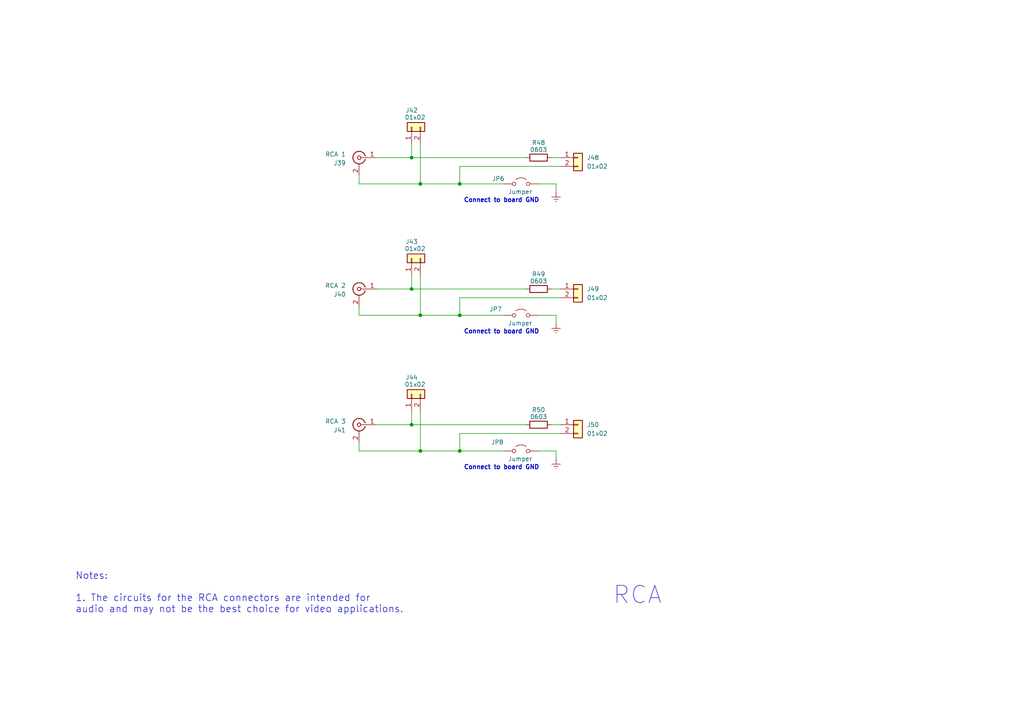
<source format=kicad_sch>
(kicad_sch (version 20231120) (generator "eeschema") (generator_version "8.0")
  (paper "A4")
  (title_block (title "ProtoConn Schematics") (date "2024-12-01") (rev "1") (company "@pakequis"))
  (lib_symbols
    (symbol "Connector:Conn_Coaxial" (pin_names (offset 1.016) hide)
      (property "Reference" "J" (at 0.254 3.048 0))
      (property "Value" "Conn_Coaxial" (at 2.921 0 90))
      (symbol "Conn_Coaxial_0_1"
        (arc (start -1.778 -0.508) (mid 0.2311 -1.8066) (end 1.778 0) (stroke (width 0.254)))
        (polyline (pts (xy -2.54 0) (xy -0.508 0)))
        (polyline (pts (xy 0 -2.54) (xy 0 -1.778)))
        (circle (center 0 0) (radius 0.508) (stroke (width 0.2032)))
        (arc (start 1.778 0) (mid 0.2099 1.8101) (end -1.778 0.508) (stroke (width 0.254)))
      )
      (symbol "Conn_Coaxial_1_1"
        (pin passive line (at -5.08 0 0) (length 2.54) (name "In") (number "1"))
        (pin passive line (at 0 -5.08 90) (length 2.54) (name "Ext") (number "2"))
      )
    )
    (symbol "Connector_Generic:Conn_01x02" (pin_names (offset 1.016) hide)
      (property "Reference" "J" (at 0 2.54 0))
      (property "Value" "Conn_01x02" (at 0 -5.08 0))
      (symbol "Conn_01x02_1_1"
        (rectangle (start -1.27 -2.413) (end 0 -2.667) (stroke (width 0.1524)))
        (rectangle (start -1.27 0.127) (end 0 -0.127) (stroke (width 0.1524)))
        (rectangle (start -1.27 1.27) (end 1.27 -3.81) (stroke (width 0.254)) (fill (type background)))
        (pin passive line (at -5.08 0 0) (length 3.81) (name "Pin_1") (number "1"))
        (pin passive line (at -5.08 -2.54 0) (length 3.81) (name "Pin_2") (number "2"))
      )
    )
    (symbol "Device:R" (pin_numbers hide) (pin_names (offset 0))
      (property "Reference" "R" (at 2.032 0 90))
      (property "Value" "R" (at 0 0 90))
      (symbol "R_0_1"
        (rectangle (start -1.016 -2.54) (end 1.016 2.54) (stroke (width 0.254)))
      )
      (symbol "R_1_1"
        (pin passive line (at 0 3.81 270) (length 1.27) (name "~") (number "1"))
        (pin passive line (at 0 -3.81 90) (length 1.27) (name "~") (number "2"))
      )
    )
    (symbol "Jumper:Jumper_2_Open" (pin_numbers hide) (pin_names (offset 0) hide) (exclude_from_sim yes)
      (property "Reference" "JP" (at 0 2.794 0))
      (property "Value" "Jumper_2_Open" (at 0 -2.286 0))
      (symbol "Jumper_2_Open_0_0"
        (circle (center -2.032 0) (radius 0.508))
        (circle (center 2.032 0) (radius 0.508))
      )
      (symbol "Jumper_2_Open_0_1"
        (arc (start 1.524 1.27) (mid 0 1.778) (end -1.524 1.27))
      )
      (symbol "Jumper_2_Open_1_1"
        (pin passive line (at -5.08 0 0) (length 2.54) (name "A") (number "1"))
        (pin passive line (at 5.08 0 180) (length 2.54) (name "B") (number "2"))
      )
    )
    (symbol "power:GNDREF" (power) (pin_numbers hide) (pin_names (offset 0) hide)
      (property "Value" "GNDREF" (at 0 -3.81 0))
      (symbol "GNDREF_0_1"
        (polyline (pts (xy -0.635 -1.905) (xy 0.635 -1.905)))
        (polyline (pts (xy -0.127 -2.54) (xy 0.127 -2.54)))
        (polyline (pts (xy 0 -1.27) (xy 0 0)))
        (polyline (pts (xy 1.27 -1.27) (xy -1.27 -1.27)))
      )
      (symbol "GNDREF_1_1"
        (pin power_in line (at 0 0 270) (length 0) (name "~") (number "1"))
      )
    )
  )
  (junction (at 119.38 83.82))
  (junction (at 119.38 45.72))
  (junction (at 121.92 91.44))
  (junction (at 121.92 53.34))
  (junction (at 121.92 130.81))
  (junction (at 133.35 130.81))
  (junction (at 133.35 53.34))
  (junction (at 133.35 91.44))
  (junction (at 119.38 123.19))
  (wire (pts (xy 161.29 130.81) (xy 156.21 130.81)))
  (wire (pts (xy 119.38 41.91) (xy 119.38 45.72)))
  (wire (pts (xy 104.14 53.34) (xy 121.92 53.34)))
  (wire (pts (xy 121.92 53.34) (xy 133.35 53.34)))
  (wire (pts (xy 104.14 50.8) (xy 104.14 53.34)))
  (wire (pts (xy 121.92 80.01) (xy 121.92 91.44)))
  (wire (pts (xy 160.02 45.72) (xy 162.56 45.72)))
  (wire (pts (xy 133.35 130.81) (xy 133.35 125.73)))
  (wire (pts (xy 161.29 133.35) (xy 161.29 130.81)))
  (wire (pts (xy 160.02 123.19) (xy 162.56 123.19)))
  (wire (pts (xy 109.22 83.82) (xy 119.38 83.82)))
  (wire (pts (xy 119.38 83.82) (xy 152.4 83.82)))
  (wire (pts (xy 133.35 53.34) (xy 133.35 48.26)))
  (wire (pts (xy 133.35 91.44) (xy 146.05 91.44)))
  (wire (pts (xy 133.35 86.36) (xy 162.56 86.36)))
  (wire (pts (xy 133.35 130.81) (xy 146.05 130.81)))
  (wire (pts (xy 119.38 80.01) (xy 119.38 83.82)))
  (wire (pts (xy 133.35 91.44) (xy 133.35 86.36)))
  (wire (pts (xy 161.29 55.88) (xy 161.29 53.34)))
  (wire (pts (xy 104.14 130.81) (xy 121.92 130.81)))
  (wire (pts (xy 133.35 48.26) (xy 162.56 48.26)))
  (wire (pts (xy 104.14 128.27) (xy 104.14 130.81)))
  (wire (pts (xy 161.29 53.34) (xy 156.21 53.34)))
  (wire (pts (xy 133.35 53.34) (xy 146.05 53.34)))
  (wire (pts (xy 109.22 45.72) (xy 119.38 45.72)))
  (wire (pts (xy 119.38 123.19) (xy 152.4 123.19)))
  (wire (pts (xy 160.02 83.82) (xy 162.56 83.82)))
  (wire (pts (xy 161.29 91.44) (xy 156.21 91.44)))
  (wire (pts (xy 119.38 119.38) (xy 119.38 123.19)))
  (wire (pts (xy 104.14 88.9) (xy 104.14 91.44)))
  (wire (pts (xy 104.14 91.44) (xy 121.92 91.44)))
  (wire (pts (xy 121.92 130.81) (xy 133.35 130.81)))
  (wire (pts (xy 121.92 91.44) (xy 133.35 91.44)))
  (wire (pts (xy 133.35 125.73) (xy 162.56 125.73)))
  (wire (pts (xy 121.92 41.91) (xy 121.92 53.34)))
  (wire (pts (xy 109.22 123.19) (xy 119.38 123.19)))
  (wire (pts (xy 119.38 45.72) (xy 152.4 45.72)))
  (wire (pts (xy 161.29 93.98) (xy 161.29 91.44)))
  (wire (pts (xy 121.92 119.38) (xy 121.92 130.81)))
  (text "Notes:\n\n1. The circuits for the RCA connectors are intended for \naudio and may not be the best choice for video applications." (at 21.844 171.958 0) (effects (font (size 2 2)) (justify left)))
  (text "RCA" (at 184.912 172.72 0) (effects (font (size 5 5))))
  (text "Connect to board GND" (at 156.464 58.166 0) (effects (font (size 1.27 1.27) (thickness 0.254) (bold yes)) (justify right)))
  (text "Connect to board GND" (at 156.464 96.266 0) (effects (font (size 1.27 1.27) (thickness 0.254) (bold yes)) (justify right)))
  (text "Connect to board GND" (at 156.464 135.636 0) (effects (font (size 1.27 1.27) (thickness 0.254) (bold yes)) (justify right)))
  (symbol (lib_id "Device:R") (at 156.21 45.72 90) (unit 1)
    (property "Reference" "R48" (at 156.21 41.402 90))
    (property "Value" "0603" (at 156.21 43.434 90))
    (property "Footprint" "Resistor_SMD:R_0603_1608Metric_Pad0.98x0.95mm_HandSolder" (effects (hide yes)))
    (property "Description" "Resistor" (effects (hide yes)))
  )
  (symbol (lib_id "Connector_Generic:Conn_01x02") (at 119.38 36.83 90) (unit 1)
    (property "Reference" "J42" (at 117.602 32.004 90) (effects (justify right)))
    (property "Value" "01x02" (at 117.348 34.036 90) (effects (justify right)))
    (property "Footprint" "Connector_PinHeader_2.54mm:PinHeader_1x02_P2.54mm_Vertical" (effects (hide yes)))
    (property "Description" "Generic connector, single row, 01x02, script generated (kicad-library-utils/schlib/autogen/connector/)" (effects (hide yes)))
  )
  (symbol (lib_id "Connector_Generic:Conn_01x02") (at 119.38 114.3 90) (unit 1)
    (property "Reference" "J44" (at 117.602 109.474 90) (effects (justify right)))
    (property "Value" "01x02" (at 117.348 111.506 90) (effects (justify right)))
    (property "Footprint" "Connector_PinHeader_2.54mm:PinHeader_1x02_P2.54mm_Vertical" (effects (hide yes)))
    (property "Description" "Generic connector, single row, 01x02, script generated (kicad-library-utils/schlib/autogen/connector/)" (effects (hide yes)))
  )
  (symbol (lib_id "Device:R") (at 156.21 83.82 90) (unit 1)
    (property "Reference" "R49" (at 156.21 79.502 90))
    (property "Value" "0603" (at 156.21 81.534 90))
    (property "Footprint" "Resistor_SMD:R_0603_1608Metric_Pad0.98x0.95mm_HandSolder" (effects (hide yes)))
    (property "Description" "Resistor" (effects (hide yes)))
  )
  (symbol (lib_id "Connector_Generic:Conn_01x02") (at 167.64 123.19 0) (unit 1)
    (property "Reference" "J50" (at 170.18 123.1899 0) (effects (justify left)))
    (property "Value" "01x02" (at 170.18 125.7299 0) (effects (justify left)))
    (property "Footprint" "Connector_PinHeader_2.54mm:PinHeader_1x02_P2.54mm_Vertical" (effects (hide yes)))
    (property "Description" "Generic connector, single row, 01x02, script generated (kicad-library-utils/schlib/autogen/connector/)" (effects (hide yes)))
  )
  (symbol (lib_id "Jumper:Jumper_2_Open") (at 151.13 130.81 0) (unit 1) (exclude_from_sim yes)
    (property "Reference" "JP8" (at 144.272 128.27 0))
    (property "Value" "Jumper" (at 150.876 133.096 0))
    (property "Footprint" "Connector_PinHeader_2.54mm:PinHeader_1x02_P2.54mm_Vertical" (effects (hide yes)))
    (property "Description" "Jumper, 2-pole, open" (effects (hide yes)))
  )
  (symbol (lib_id "Jumper:Jumper_2_Open") (at 151.13 91.44 0) (unit 1) (exclude_from_sim yes)
    (property "Reference" "JP7" (at 143.764 89.662 0))
    (property "Value" "Jumper" (at 150.876 93.726 0))
    (property "Footprint" "Connector_PinHeader_2.54mm:PinHeader_1x02_P2.54mm_Vertical" (effects (hide yes)))
    (property "Description" "Jumper, 2-pole, open" (effects (hide yes)))
  )
  (symbol (lib_id "Connector:Conn_Coaxial") (at 104.14 45.72 0) (mirror y) (unit 1)
    (property "Reference" "J39" (at 100.33 47.2833 0) (effects (justify left)))
    (property "Value" "RCA 1" (at 100.33 44.7433 0) (effects (justify left)))
    (property "Footprint" "Pakequis_Footprints:RCA-105-105A" (effects (hide yes)))
    (property "Description" "coaxial connector (BNC, SMA, SMB, SMC, Cinch/RCA, LEMO, ...)" (effects (hide yes)))
  )
  (symbol (lib_id "Device:R") (at 156.21 123.19 90) (unit 1)
    (property "Reference" "R50" (at 156.21 118.872 90))
    (property "Value" "0603" (at 156.21 120.904 90))
    (property "Footprint" "Resistor_SMD:R_0603_1608Metric_Pad0.98x0.95mm_HandSolder" (effects (hide yes)))
    (property "Description" "Resistor" (effects (hide yes)))
  )
  (symbol (lib_id "power:GNDREF") (at 161.29 55.88 0) (unit 1)
    (property "Reference" "#PWR08" (effects (hide yes)))
    (property "Value" "GNDREF" (effects (hide yes)))
    (property "Description" "Power symbol creates a global label with name \"GNDREF\" , reference supply ground" (effects (hide yes)))
  )
  (symbol (lib_id "Connector:Conn_Coaxial") (at 104.14 83.82 0) (mirror y) (unit 1)
    (property "Reference" "J40" (at 100.33 85.3833 0) (effects (justify left)))
    (property "Value" "RCA 2" (at 100.33 82.8433 0) (effects (justify left)))
    (property "Footprint" "Pakequis_Footprints:RCA-105-105A" (effects (hide yes)))
    (property "Description" "coaxial connector (BNC, SMA, SMB, SMC, Cinch/RCA, LEMO, ...)" (effects (hide yes)))
  )
  (symbol (lib_id "Jumper:Jumper_2_Open") (at 151.13 53.34 0) (unit 1) (exclude_from_sim yes)
    (property "Reference" "JP6" (at 144.526 51.816 0))
    (property "Value" "Jumper" (at 150.876 55.626 0))
    (property "Footprint" "Connector_PinHeader_2.54mm:PinHeader_1x02_P2.54mm_Vertical" (effects (hide yes)))
    (property "Description" "Jumper, 2-pole, open" (effects (hide yes)))
  )
  (symbol (lib_id "Connector_Generic:Conn_01x02") (at 167.64 45.72 0) (unit 1)
    (property "Reference" "J48" (at 170.18 45.7199 0) (effects (justify left)))
    (property "Value" "01x02" (at 170.18 48.2599 0) (effects (justify left)))
    (property "Footprint" "Connector_PinHeader_2.54mm:PinHeader_1x02_P2.54mm_Vertical" (effects (hide yes)))
    (property "Description" "Generic connector, single row, 01x02, script generated (kicad-library-utils/schlib/autogen/connector/)" (effects (hide yes)))
  )
  (symbol (lib_id "Connector_Generic:Conn_01x02") (at 119.38 74.93 90) (unit 1)
    (property "Reference" "J43" (at 117.602 70.104 90) (effects (justify right)))
    (property "Value" "01x02" (at 117.348 72.136 90) (effects (justify right)))
    (property "Footprint" "Connector_PinHeader_2.54mm:PinHeader_1x02_P2.54mm_Vertical" (effects (hide yes)))
    (property "Description" "Generic connector, single row, 01x02, script generated (kicad-library-utils/schlib/autogen/connector/)" (effects (hide yes)))
  )
  (symbol (lib_id "Connector:Conn_Coaxial") (at 104.14 123.19 0) (mirror y) (unit 1)
    (property "Reference" "J41" (at 100.33 124.7533 0) (effects (justify left)))
    (property "Value" "RCA 3" (at 100.33 122.2133 0) (effects (justify left)))
    (property "Footprint" "Pakequis_Footprints:RCA-105-105A" (effects (hide yes)))
    (property "Description" "coaxial connector (BNC, SMA, SMB, SMC, Cinch/RCA, LEMO, ...)" (effects (hide yes)))
  )
  (symbol (lib_id "Connector_Generic:Conn_01x02") (at 167.64 83.82 0) (unit 1)
    (property "Reference" "J49" (at 170.18 83.8199 0) (effects (justify left)))
    (property "Value" "01x02" (at 170.18 86.3599 0) (effects (justify left)))
    (property "Footprint" "Connector_PinHeader_2.54mm:PinHeader_1x02_P2.54mm_Vertical" (effects (hide yes)))
    (property "Description" "Generic connector, single row, 01x02, script generated (kicad-library-utils/schlib/autogen/connector/)" (effects (hide yes)))
  )
  (symbol (lib_id "power:GNDREF") (at 161.29 133.35 0) (unit 1)
    (property "Reference" "#PWR010" (effects (hide yes)))
    (property "Value" "GNDREF" (effects (hide yes)))
    (property "Description" "Power symbol creates a global label with name \"GNDREF\" , reference supply ground" (effects (hide yes)))
  )
  (symbol (lib_id "power:GNDREF") (at 161.29 93.98 0) (unit 1)
    (property "Reference" "#PWR09" (effects (hide yes)))
    (property "Value" "GNDREF" (effects (hide yes)))
    (property "Description" "Power symbol creates a global label with name \"GNDREF\" , reference supply ground" (effects (hide yes)))
  )
)
</source>
